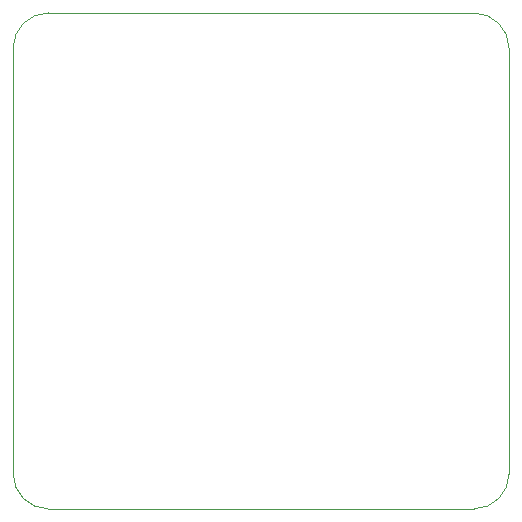
<source format=gbr>
%TF.GenerationSoftware,KiCad,Pcbnew,8.0.4-8.0.4-0~ubuntu24.04.1*%
%TF.CreationDate,2024-08-03T15:04:24+08:00*%
%TF.ProjectId,CawDrive,43617744-7269-4766-952e-6b696361645f,rev?*%
%TF.SameCoordinates,Original*%
%TF.FileFunction,Profile,NP*%
%FSLAX46Y46*%
G04 Gerber Fmt 4.6, Leading zero omitted, Abs format (unit mm)*
G04 Created by KiCad (PCBNEW 8.0.4-8.0.4-0~ubuntu24.04.1) date 2024-08-03 15:04:24*
%MOMM*%
%LPD*%
G01*
G04 APERTURE LIST*
%TA.AperFunction,Profile*%
%ADD10C,0.100000*%
%TD*%
G04 APERTURE END LIST*
D10*
X123000000Y-68000000D02*
X159000000Y-68000000D01*
X159000000Y-68000000D02*
G75*
G02*
X162000000Y-71000000I0J-3000000D01*
G01*
X162000000Y-71000000D02*
X162000000Y-107000000D01*
X123000000Y-110000000D02*
G75*
G02*
X120000000Y-107000000I0J3000000D01*
G01*
X162000000Y-107000000D02*
G75*
G02*
X159000000Y-110000000I-3000000J0D01*
G01*
X159000000Y-110000000D02*
X123000000Y-110000000D01*
X120000000Y-107000000D02*
X120000001Y-71000000D01*
X120000001Y-71000000D02*
G75*
G02*
X123000000Y-68000001I2999999J0D01*
G01*
M02*

</source>
